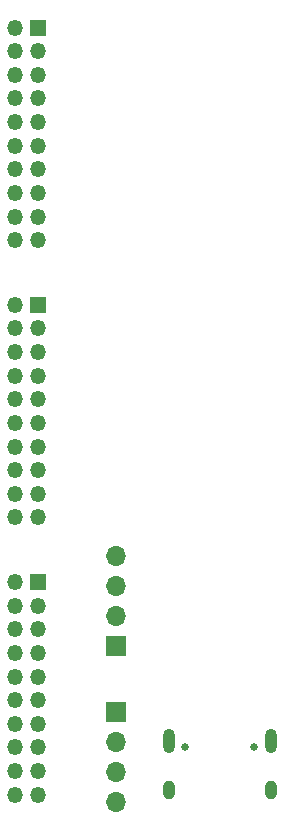
<source format=gbs>
%TF.GenerationSoftware,KiCad,Pcbnew,6.0.4-6f826c9f35~116~ubuntu18.04.1*%
%TF.CreationDate,2022-06-27T14:44:09+00:00*%
%TF.ProjectId,zynq-mipi,7a796e71-2d6d-4697-9069-2e6b69636164,rev?*%
%TF.SameCoordinates,Original*%
%TF.FileFunction,Soldermask,Bot*%
%TF.FilePolarity,Negative*%
%FSLAX46Y46*%
G04 Gerber Fmt 4.6, Leading zero omitted, Abs format (unit mm)*
G04 Created by KiCad (PCBNEW 6.0.4-6f826c9f35~116~ubuntu18.04.1) date 2022-06-27 14:44:09*
%MOMM*%
%LPD*%
G01*
G04 APERTURE LIST*
%ADD10R,1.350000X1.350000*%
%ADD11O,1.350000X1.350000*%
%ADD12R,1.700000X1.700000*%
%ADD13O,1.700000X1.700000*%
%ADD14C,0.650000*%
%ADD15O,1.000000X1.600000*%
%ADD16O,1.000000X2.100000*%
G04 APERTURE END LIST*
D10*
%TO.C,J4*%
X136514500Y-61938000D03*
D11*
X134514500Y-61938000D03*
X136514500Y-63938000D03*
X134514500Y-63938000D03*
X136514500Y-65938000D03*
X134514500Y-65938000D03*
X136514500Y-67938000D03*
X134514500Y-67938000D03*
X136514500Y-69938000D03*
X134514500Y-69938000D03*
X136514500Y-71938000D03*
X134514500Y-71938000D03*
X136514500Y-73938000D03*
X134514500Y-73938000D03*
X136514500Y-75938000D03*
X134514500Y-75938000D03*
X136514500Y-77938000D03*
X134514500Y-77938000D03*
X136514500Y-79938000D03*
X134514500Y-79938000D03*
%TD*%
D12*
%TO.C,J2*%
X143095500Y-114290000D03*
D13*
X143095500Y-111750000D03*
X143095500Y-109210000D03*
X143095500Y-106670000D03*
%TD*%
D10*
%TO.C,J5*%
X136514500Y-85413000D03*
D11*
X134514500Y-85413000D03*
X136514500Y-87413000D03*
X134514500Y-87413000D03*
X136514500Y-89413000D03*
X134514500Y-89413000D03*
X136514500Y-91413000D03*
X134514500Y-91413000D03*
X136514500Y-93413000D03*
X134514500Y-93413000D03*
X136514500Y-95413000D03*
X134514500Y-95413000D03*
X136514500Y-97413000D03*
X134514500Y-97413000D03*
X136514500Y-99413000D03*
X134514500Y-99413000D03*
X136514500Y-101413000D03*
X134514500Y-101413000D03*
X136514500Y-103413000D03*
X134514500Y-103413000D03*
%TD*%
D14*
%TO.C,J3*%
X154748500Y-122876000D03*
X148968500Y-122876000D03*
D15*
X147538500Y-126526000D03*
X156178500Y-126526000D03*
D16*
X147538500Y-122346000D03*
X156178500Y-122346000D03*
%TD*%
D12*
%TO.C,J7*%
X143095500Y-119898000D03*
D13*
X143095500Y-122438000D03*
X143095500Y-124978000D03*
X143095500Y-127518000D03*
%TD*%
D10*
%TO.C,J6*%
X136514500Y-108888000D03*
D11*
X134514500Y-108888000D03*
X136514500Y-110888000D03*
X134514500Y-110888000D03*
X136514500Y-112888000D03*
X134514500Y-112888000D03*
X136514500Y-114888000D03*
X134514500Y-114888000D03*
X136514500Y-116888000D03*
X134514500Y-116888000D03*
X136514500Y-118888000D03*
X134514500Y-118888000D03*
X136514500Y-120888000D03*
X134514500Y-120888000D03*
X136514500Y-122888000D03*
X134514500Y-122888000D03*
X136514500Y-124888000D03*
X134514500Y-124888000D03*
X136514500Y-126888000D03*
X134514500Y-126888000D03*
%TD*%
M02*

</source>
